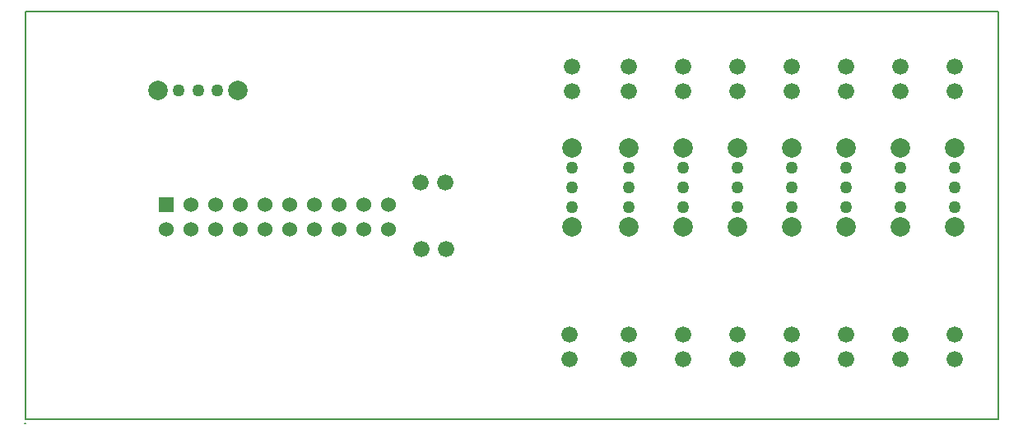
<source format=gts>
G04 (created by PCBNEW (2013-mar-13)-testing) date jeu. 09 mai 2013 09:48:41 CEST*
%MOIN*%
G04 Gerber Fmt 3.4, Leading zero omitted, Abs format*
%FSLAX34Y34*%
G01*
G70*
G90*
G04 APERTURE LIST*
%ADD10C,0.006*%
%ADD11C,0.00590551*%
%ADD12R,0.06X0.06*%
%ADD13C,0.06*%
%ADD14C,0.05*%
%ADD15C,0.0787402*%
%ADD16C,0.066*%
G04 APERTURE END LIST*
G54D10*
G54D11*
X73400Y-29100D02*
X73400Y-45650D01*
X34000Y-29100D02*
X34000Y-45600D01*
X34000Y-29100D02*
X73400Y-29100D01*
X34000Y-45650D02*
X34000Y-45600D01*
X73400Y-45650D02*
X34000Y-45650D01*
X34000Y-45800D02*
G75*
G03X34000Y-45800I0J0D01*
G74*
G01*
X33999Y-45800D02*
X34000Y-45800D01*
X34000Y-45799D02*
X34000Y-45800D01*
G54D12*
X39700Y-36950D03*
G54D13*
X39700Y-37950D03*
X40700Y-36950D03*
X40700Y-37950D03*
X41700Y-36950D03*
X41700Y-37950D03*
X42700Y-36950D03*
X42700Y-37950D03*
X43700Y-36950D03*
X43700Y-37950D03*
X44700Y-36950D03*
X44700Y-37950D03*
X45700Y-36950D03*
X45700Y-37950D03*
X46700Y-36950D03*
X46700Y-37950D03*
X47700Y-36950D03*
X47700Y-37950D03*
X48700Y-36950D03*
X48700Y-37950D03*
G54D14*
X56150Y-35462D03*
X56150Y-36250D03*
X56150Y-37037D03*
G54D15*
X56150Y-37864D03*
X56150Y-34635D03*
G54D14*
X58450Y-35462D03*
X58450Y-36250D03*
X58450Y-37037D03*
G54D15*
X58450Y-37864D03*
X58450Y-34635D03*
G54D14*
X60650Y-35462D03*
X60650Y-36250D03*
X60650Y-37037D03*
G54D15*
X60650Y-37864D03*
X60650Y-34635D03*
G54D14*
X62850Y-35462D03*
X62850Y-36250D03*
X62850Y-37037D03*
G54D15*
X62850Y-37864D03*
X62850Y-34635D03*
G54D14*
X65050Y-35462D03*
X65050Y-36250D03*
X65050Y-37037D03*
G54D15*
X65050Y-37864D03*
X65050Y-34635D03*
G54D14*
X67250Y-35462D03*
X67250Y-36250D03*
X67250Y-37037D03*
G54D15*
X67250Y-37864D03*
X67250Y-34635D03*
G54D14*
X69450Y-35462D03*
X69450Y-36250D03*
X69450Y-37037D03*
G54D15*
X69450Y-37864D03*
X69450Y-34635D03*
G54D14*
X71650Y-35462D03*
X71650Y-36250D03*
X71650Y-37037D03*
G54D15*
X71650Y-37864D03*
X71650Y-34635D03*
G54D14*
X40212Y-32300D03*
X41000Y-32300D03*
X41787Y-32300D03*
G54D15*
X42614Y-32300D03*
X39385Y-32300D03*
G54D16*
X69450Y-32350D03*
X69450Y-31350D03*
X56150Y-32350D03*
X56150Y-31350D03*
X58450Y-32350D03*
X58450Y-31350D03*
X50050Y-38750D03*
X51050Y-38750D03*
X60650Y-32350D03*
X60650Y-31350D03*
X50000Y-36050D03*
X51000Y-36050D03*
X62850Y-32350D03*
X62850Y-31350D03*
X65050Y-32350D03*
X65050Y-31350D03*
X67250Y-32350D03*
X67250Y-31350D03*
X62850Y-42200D03*
X62850Y-43200D03*
X71650Y-32350D03*
X71650Y-31350D03*
X56050Y-42200D03*
X56050Y-43200D03*
X58450Y-42200D03*
X58450Y-43200D03*
X60650Y-42200D03*
X60650Y-43200D03*
X71650Y-42200D03*
X71650Y-43200D03*
X69450Y-42200D03*
X69450Y-43200D03*
X67250Y-42200D03*
X67250Y-43200D03*
X65050Y-42200D03*
X65050Y-43200D03*
M02*

</source>
